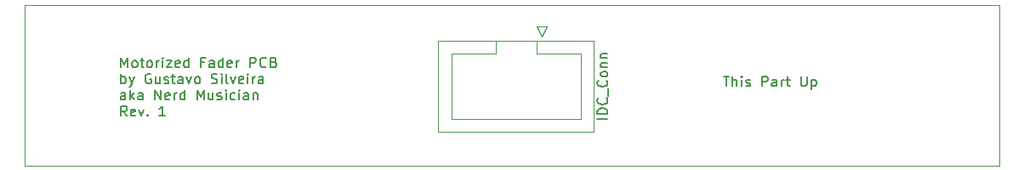
<source format=gbr>
%TF.GenerationSoftware,KiCad,Pcbnew,(6.0.9-0)*%
%TF.CreationDate,2023-10-23T19:08:13-03:00*%
%TF.ProjectId,MotorizedFaderPCB_1,4d6f746f-7269-47a6-9564-466164657250,rev?*%
%TF.SameCoordinates,Original*%
%TF.FileFunction,Legend,Top*%
%TF.FilePolarity,Positive*%
%FSLAX46Y46*%
G04 Gerber Fmt 4.6, Leading zero omitted, Abs format (unit mm)*
G04 Created by KiCad (PCBNEW (6.0.9-0)) date 2023-10-23 19:08:13*
%MOMM*%
%LPD*%
G01*
G04 APERTURE LIST*
%ADD10C,0.150000*%
%ADD11C,0.200000*%
%ADD12C,0.120000*%
G04 APERTURE END LIST*
D10*
X206833333Y-82412380D02*
X207404761Y-82412380D01*
X207119047Y-83412380D02*
X207119047Y-82412380D01*
X207738095Y-83412380D02*
X207738095Y-82412380D01*
X208166666Y-83412380D02*
X208166666Y-82888571D01*
X208119047Y-82793333D01*
X208023809Y-82745714D01*
X207880952Y-82745714D01*
X207785714Y-82793333D01*
X207738095Y-82840952D01*
X208642857Y-83412380D02*
X208642857Y-82745714D01*
X208642857Y-82412380D02*
X208595238Y-82460000D01*
X208642857Y-82507619D01*
X208690476Y-82460000D01*
X208642857Y-82412380D01*
X208642857Y-82507619D01*
X209071428Y-83364761D02*
X209166666Y-83412380D01*
X209357142Y-83412380D01*
X209452380Y-83364761D01*
X209500000Y-83269523D01*
X209500000Y-83221904D01*
X209452380Y-83126666D01*
X209357142Y-83079047D01*
X209214285Y-83079047D01*
X209119047Y-83031428D01*
X209071428Y-82936190D01*
X209071428Y-82888571D01*
X209119047Y-82793333D01*
X209214285Y-82745714D01*
X209357142Y-82745714D01*
X209452380Y-82793333D01*
X210690476Y-83412380D02*
X210690476Y-82412380D01*
X211071428Y-82412380D01*
X211166666Y-82460000D01*
X211214285Y-82507619D01*
X211261904Y-82602857D01*
X211261904Y-82745714D01*
X211214285Y-82840952D01*
X211166666Y-82888571D01*
X211071428Y-82936190D01*
X210690476Y-82936190D01*
X212119047Y-83412380D02*
X212119047Y-82888571D01*
X212071428Y-82793333D01*
X211976190Y-82745714D01*
X211785714Y-82745714D01*
X211690476Y-82793333D01*
X212119047Y-83364761D02*
X212023809Y-83412380D01*
X211785714Y-83412380D01*
X211690476Y-83364761D01*
X211642857Y-83269523D01*
X211642857Y-83174285D01*
X211690476Y-83079047D01*
X211785714Y-83031428D01*
X212023809Y-83031428D01*
X212119047Y-82983809D01*
X212595238Y-83412380D02*
X212595238Y-82745714D01*
X212595238Y-82936190D02*
X212642857Y-82840952D01*
X212690476Y-82793333D01*
X212785714Y-82745714D01*
X212880952Y-82745714D01*
X213071428Y-82745714D02*
X213452380Y-82745714D01*
X213214285Y-82412380D02*
X213214285Y-83269523D01*
X213261904Y-83364761D01*
X213357142Y-83412380D01*
X213452380Y-83412380D01*
X214547619Y-82412380D02*
X214547619Y-83221904D01*
X214595238Y-83317142D01*
X214642857Y-83364761D01*
X214738095Y-83412380D01*
X214928571Y-83412380D01*
X215023809Y-83364761D01*
X215071428Y-83317142D01*
X215119047Y-83221904D01*
X215119047Y-82412380D01*
X215595238Y-82745714D02*
X215595238Y-83745714D01*
X215595238Y-82793333D02*
X215690476Y-82745714D01*
X215880952Y-82745714D01*
X215976190Y-82793333D01*
X216023809Y-82840952D01*
X216071428Y-82936190D01*
X216071428Y-83221904D01*
X216023809Y-83317142D01*
X215976190Y-83364761D01*
X215880952Y-83412380D01*
X215690476Y-83412380D01*
X215595238Y-83364761D01*
D11*
X146868095Y-81537380D02*
X146868095Y-80537380D01*
X147201428Y-81251666D01*
X147534761Y-80537380D01*
X147534761Y-81537380D01*
X148153809Y-81537380D02*
X148058571Y-81489761D01*
X148010952Y-81442142D01*
X147963333Y-81346904D01*
X147963333Y-81061190D01*
X148010952Y-80965952D01*
X148058571Y-80918333D01*
X148153809Y-80870714D01*
X148296666Y-80870714D01*
X148391904Y-80918333D01*
X148439523Y-80965952D01*
X148487142Y-81061190D01*
X148487142Y-81346904D01*
X148439523Y-81442142D01*
X148391904Y-81489761D01*
X148296666Y-81537380D01*
X148153809Y-81537380D01*
X148772857Y-80870714D02*
X149153809Y-80870714D01*
X148915714Y-80537380D02*
X148915714Y-81394523D01*
X148963333Y-81489761D01*
X149058571Y-81537380D01*
X149153809Y-81537380D01*
X149630000Y-81537380D02*
X149534761Y-81489761D01*
X149487142Y-81442142D01*
X149439523Y-81346904D01*
X149439523Y-81061190D01*
X149487142Y-80965952D01*
X149534761Y-80918333D01*
X149630000Y-80870714D01*
X149772857Y-80870714D01*
X149868095Y-80918333D01*
X149915714Y-80965952D01*
X149963333Y-81061190D01*
X149963333Y-81346904D01*
X149915714Y-81442142D01*
X149868095Y-81489761D01*
X149772857Y-81537380D01*
X149630000Y-81537380D01*
X150391904Y-81537380D02*
X150391904Y-80870714D01*
X150391904Y-81061190D02*
X150439523Y-80965952D01*
X150487142Y-80918333D01*
X150582380Y-80870714D01*
X150677619Y-80870714D01*
X151010952Y-81537380D02*
X151010952Y-80870714D01*
X151010952Y-80537380D02*
X150963333Y-80585000D01*
X151010952Y-80632619D01*
X151058571Y-80585000D01*
X151010952Y-80537380D01*
X151010952Y-80632619D01*
X151391904Y-80870714D02*
X151915714Y-80870714D01*
X151391904Y-81537380D01*
X151915714Y-81537380D01*
X152677619Y-81489761D02*
X152582380Y-81537380D01*
X152391904Y-81537380D01*
X152296666Y-81489761D01*
X152249047Y-81394523D01*
X152249047Y-81013571D01*
X152296666Y-80918333D01*
X152391904Y-80870714D01*
X152582380Y-80870714D01*
X152677619Y-80918333D01*
X152725238Y-81013571D01*
X152725238Y-81108809D01*
X152249047Y-81204047D01*
X153582380Y-81537380D02*
X153582380Y-80537380D01*
X153582380Y-81489761D02*
X153487142Y-81537380D01*
X153296666Y-81537380D01*
X153201428Y-81489761D01*
X153153809Y-81442142D01*
X153106190Y-81346904D01*
X153106190Y-81061190D01*
X153153809Y-80965952D01*
X153201428Y-80918333D01*
X153296666Y-80870714D01*
X153487142Y-80870714D01*
X153582380Y-80918333D01*
X155153809Y-81013571D02*
X154820476Y-81013571D01*
X154820476Y-81537380D02*
X154820476Y-80537380D01*
X155296666Y-80537380D01*
X156106190Y-81537380D02*
X156106190Y-81013571D01*
X156058571Y-80918333D01*
X155963333Y-80870714D01*
X155772857Y-80870714D01*
X155677619Y-80918333D01*
X156106190Y-81489761D02*
X156010952Y-81537380D01*
X155772857Y-81537380D01*
X155677619Y-81489761D01*
X155630000Y-81394523D01*
X155630000Y-81299285D01*
X155677619Y-81204047D01*
X155772857Y-81156428D01*
X156010952Y-81156428D01*
X156106190Y-81108809D01*
X157010952Y-81537380D02*
X157010952Y-80537380D01*
X157010952Y-81489761D02*
X156915714Y-81537380D01*
X156725238Y-81537380D01*
X156630000Y-81489761D01*
X156582380Y-81442142D01*
X156534761Y-81346904D01*
X156534761Y-81061190D01*
X156582380Y-80965952D01*
X156630000Y-80918333D01*
X156725238Y-80870714D01*
X156915714Y-80870714D01*
X157010952Y-80918333D01*
X157868095Y-81489761D02*
X157772857Y-81537380D01*
X157582380Y-81537380D01*
X157487142Y-81489761D01*
X157439523Y-81394523D01*
X157439523Y-81013571D01*
X157487142Y-80918333D01*
X157582380Y-80870714D01*
X157772857Y-80870714D01*
X157868095Y-80918333D01*
X157915714Y-81013571D01*
X157915714Y-81108809D01*
X157439523Y-81204047D01*
X158344285Y-81537380D02*
X158344285Y-80870714D01*
X158344285Y-81061190D02*
X158391904Y-80965952D01*
X158439523Y-80918333D01*
X158534761Y-80870714D01*
X158630000Y-80870714D01*
X159725238Y-81537380D02*
X159725238Y-80537380D01*
X160106190Y-80537380D01*
X160201428Y-80585000D01*
X160249047Y-80632619D01*
X160296666Y-80727857D01*
X160296666Y-80870714D01*
X160249047Y-80965952D01*
X160201428Y-81013571D01*
X160106190Y-81061190D01*
X159725238Y-81061190D01*
X161296666Y-81442142D02*
X161249047Y-81489761D01*
X161106190Y-81537380D01*
X161010952Y-81537380D01*
X160868095Y-81489761D01*
X160772857Y-81394523D01*
X160725238Y-81299285D01*
X160677619Y-81108809D01*
X160677619Y-80965952D01*
X160725238Y-80775476D01*
X160772857Y-80680238D01*
X160868095Y-80585000D01*
X161010952Y-80537380D01*
X161106190Y-80537380D01*
X161249047Y-80585000D01*
X161296666Y-80632619D01*
X162058571Y-81013571D02*
X162201428Y-81061190D01*
X162249047Y-81108809D01*
X162296666Y-81204047D01*
X162296666Y-81346904D01*
X162249047Y-81442142D01*
X162201428Y-81489761D01*
X162106190Y-81537380D01*
X161725238Y-81537380D01*
X161725238Y-80537380D01*
X162058571Y-80537380D01*
X162153809Y-80585000D01*
X162201428Y-80632619D01*
X162249047Y-80727857D01*
X162249047Y-80823095D01*
X162201428Y-80918333D01*
X162153809Y-80965952D01*
X162058571Y-81013571D01*
X161725238Y-81013571D01*
X146868095Y-83147380D02*
X146868095Y-82147380D01*
X146868095Y-82528333D02*
X146963333Y-82480714D01*
X147153809Y-82480714D01*
X147249047Y-82528333D01*
X147296666Y-82575952D01*
X147344285Y-82671190D01*
X147344285Y-82956904D01*
X147296666Y-83052142D01*
X147249047Y-83099761D01*
X147153809Y-83147380D01*
X146963333Y-83147380D01*
X146868095Y-83099761D01*
X147677619Y-82480714D02*
X147915714Y-83147380D01*
X148153809Y-82480714D02*
X147915714Y-83147380D01*
X147820476Y-83385476D01*
X147772857Y-83433095D01*
X147677619Y-83480714D01*
X149820476Y-82195000D02*
X149725238Y-82147380D01*
X149582380Y-82147380D01*
X149439523Y-82195000D01*
X149344285Y-82290238D01*
X149296666Y-82385476D01*
X149249047Y-82575952D01*
X149249047Y-82718809D01*
X149296666Y-82909285D01*
X149344285Y-83004523D01*
X149439523Y-83099761D01*
X149582380Y-83147380D01*
X149677619Y-83147380D01*
X149820476Y-83099761D01*
X149868095Y-83052142D01*
X149868095Y-82718809D01*
X149677619Y-82718809D01*
X150725238Y-82480714D02*
X150725238Y-83147380D01*
X150296666Y-82480714D02*
X150296666Y-83004523D01*
X150344285Y-83099761D01*
X150439523Y-83147380D01*
X150582380Y-83147380D01*
X150677619Y-83099761D01*
X150725238Y-83052142D01*
X151153809Y-83099761D02*
X151249047Y-83147380D01*
X151439523Y-83147380D01*
X151534761Y-83099761D01*
X151582380Y-83004523D01*
X151582380Y-82956904D01*
X151534761Y-82861666D01*
X151439523Y-82814047D01*
X151296666Y-82814047D01*
X151201428Y-82766428D01*
X151153809Y-82671190D01*
X151153809Y-82623571D01*
X151201428Y-82528333D01*
X151296666Y-82480714D01*
X151439523Y-82480714D01*
X151534761Y-82528333D01*
X151868095Y-82480714D02*
X152249047Y-82480714D01*
X152010952Y-82147380D02*
X152010952Y-83004523D01*
X152058571Y-83099761D01*
X152153809Y-83147380D01*
X152249047Y-83147380D01*
X153010952Y-83147380D02*
X153010952Y-82623571D01*
X152963333Y-82528333D01*
X152868095Y-82480714D01*
X152677619Y-82480714D01*
X152582380Y-82528333D01*
X153010952Y-83099761D02*
X152915714Y-83147380D01*
X152677619Y-83147380D01*
X152582380Y-83099761D01*
X152534761Y-83004523D01*
X152534761Y-82909285D01*
X152582380Y-82814047D01*
X152677619Y-82766428D01*
X152915714Y-82766428D01*
X153010952Y-82718809D01*
X153391904Y-82480714D02*
X153630000Y-83147380D01*
X153868095Y-82480714D01*
X154391904Y-83147380D02*
X154296666Y-83099761D01*
X154249047Y-83052142D01*
X154201428Y-82956904D01*
X154201428Y-82671190D01*
X154249047Y-82575952D01*
X154296666Y-82528333D01*
X154391904Y-82480714D01*
X154534761Y-82480714D01*
X154630000Y-82528333D01*
X154677619Y-82575952D01*
X154725238Y-82671190D01*
X154725238Y-82956904D01*
X154677619Y-83052142D01*
X154630000Y-83099761D01*
X154534761Y-83147380D01*
X154391904Y-83147380D01*
X155868095Y-83099761D02*
X156010952Y-83147380D01*
X156249047Y-83147380D01*
X156344285Y-83099761D01*
X156391904Y-83052142D01*
X156439523Y-82956904D01*
X156439523Y-82861666D01*
X156391904Y-82766428D01*
X156344285Y-82718809D01*
X156249047Y-82671190D01*
X156058571Y-82623571D01*
X155963333Y-82575952D01*
X155915714Y-82528333D01*
X155868095Y-82433095D01*
X155868095Y-82337857D01*
X155915714Y-82242619D01*
X155963333Y-82195000D01*
X156058571Y-82147380D01*
X156296666Y-82147380D01*
X156439523Y-82195000D01*
X156868095Y-83147380D02*
X156868095Y-82480714D01*
X156868095Y-82147380D02*
X156820476Y-82195000D01*
X156868095Y-82242619D01*
X156915714Y-82195000D01*
X156868095Y-82147380D01*
X156868095Y-82242619D01*
X157487142Y-83147380D02*
X157391904Y-83099761D01*
X157344285Y-83004523D01*
X157344285Y-82147380D01*
X157772857Y-82480714D02*
X158010952Y-83147380D01*
X158249047Y-82480714D01*
X159010952Y-83099761D02*
X158915714Y-83147380D01*
X158725238Y-83147380D01*
X158630000Y-83099761D01*
X158582380Y-83004523D01*
X158582380Y-82623571D01*
X158630000Y-82528333D01*
X158725238Y-82480714D01*
X158915714Y-82480714D01*
X159010952Y-82528333D01*
X159058571Y-82623571D01*
X159058571Y-82718809D01*
X158582380Y-82814047D01*
X159487142Y-83147380D02*
X159487142Y-82480714D01*
X159487142Y-82147380D02*
X159439523Y-82195000D01*
X159487142Y-82242619D01*
X159534761Y-82195000D01*
X159487142Y-82147380D01*
X159487142Y-82242619D01*
X159963333Y-83147380D02*
X159963333Y-82480714D01*
X159963333Y-82671190D02*
X160010952Y-82575952D01*
X160058571Y-82528333D01*
X160153809Y-82480714D01*
X160249047Y-82480714D01*
X161010952Y-83147380D02*
X161010952Y-82623571D01*
X160963333Y-82528333D01*
X160868095Y-82480714D01*
X160677619Y-82480714D01*
X160582380Y-82528333D01*
X161010952Y-83099761D02*
X160915714Y-83147380D01*
X160677619Y-83147380D01*
X160582380Y-83099761D01*
X160534761Y-83004523D01*
X160534761Y-82909285D01*
X160582380Y-82814047D01*
X160677619Y-82766428D01*
X160915714Y-82766428D01*
X161010952Y-82718809D01*
X147296666Y-84757380D02*
X147296666Y-84233571D01*
X147249047Y-84138333D01*
X147153809Y-84090714D01*
X146963333Y-84090714D01*
X146868095Y-84138333D01*
X147296666Y-84709761D02*
X147201428Y-84757380D01*
X146963333Y-84757380D01*
X146868095Y-84709761D01*
X146820476Y-84614523D01*
X146820476Y-84519285D01*
X146868095Y-84424047D01*
X146963333Y-84376428D01*
X147201428Y-84376428D01*
X147296666Y-84328809D01*
X147772857Y-84757380D02*
X147772857Y-83757380D01*
X147868095Y-84376428D02*
X148153809Y-84757380D01*
X148153809Y-84090714D02*
X147772857Y-84471666D01*
X149010952Y-84757380D02*
X149010952Y-84233571D01*
X148963333Y-84138333D01*
X148868095Y-84090714D01*
X148677619Y-84090714D01*
X148582380Y-84138333D01*
X149010952Y-84709761D02*
X148915714Y-84757380D01*
X148677619Y-84757380D01*
X148582380Y-84709761D01*
X148534761Y-84614523D01*
X148534761Y-84519285D01*
X148582380Y-84424047D01*
X148677619Y-84376428D01*
X148915714Y-84376428D01*
X149010952Y-84328809D01*
X150249047Y-84757380D02*
X150249047Y-83757380D01*
X150820476Y-84757380D01*
X150820476Y-83757380D01*
X151677619Y-84709761D02*
X151582380Y-84757380D01*
X151391904Y-84757380D01*
X151296666Y-84709761D01*
X151249047Y-84614523D01*
X151249047Y-84233571D01*
X151296666Y-84138333D01*
X151391904Y-84090714D01*
X151582380Y-84090714D01*
X151677619Y-84138333D01*
X151725238Y-84233571D01*
X151725238Y-84328809D01*
X151249047Y-84424047D01*
X152153809Y-84757380D02*
X152153809Y-84090714D01*
X152153809Y-84281190D02*
X152201428Y-84185952D01*
X152249047Y-84138333D01*
X152344285Y-84090714D01*
X152439523Y-84090714D01*
X153201428Y-84757380D02*
X153201428Y-83757380D01*
X153201428Y-84709761D02*
X153106190Y-84757380D01*
X152915714Y-84757380D01*
X152820476Y-84709761D01*
X152772857Y-84662142D01*
X152725238Y-84566904D01*
X152725238Y-84281190D01*
X152772857Y-84185952D01*
X152820476Y-84138333D01*
X152915714Y-84090714D01*
X153106190Y-84090714D01*
X153201428Y-84138333D01*
X154439523Y-84757380D02*
X154439523Y-83757380D01*
X154772857Y-84471666D01*
X155106190Y-83757380D01*
X155106190Y-84757380D01*
X156010952Y-84090714D02*
X156010952Y-84757380D01*
X155582380Y-84090714D02*
X155582380Y-84614523D01*
X155630000Y-84709761D01*
X155725238Y-84757380D01*
X155868095Y-84757380D01*
X155963333Y-84709761D01*
X156010952Y-84662142D01*
X156439523Y-84709761D02*
X156534761Y-84757380D01*
X156725238Y-84757380D01*
X156820476Y-84709761D01*
X156868095Y-84614523D01*
X156868095Y-84566904D01*
X156820476Y-84471666D01*
X156725238Y-84424047D01*
X156582380Y-84424047D01*
X156487142Y-84376428D01*
X156439523Y-84281190D01*
X156439523Y-84233571D01*
X156487142Y-84138333D01*
X156582380Y-84090714D01*
X156725238Y-84090714D01*
X156820476Y-84138333D01*
X157296666Y-84757380D02*
X157296666Y-84090714D01*
X157296666Y-83757380D02*
X157249047Y-83805000D01*
X157296666Y-83852619D01*
X157344285Y-83805000D01*
X157296666Y-83757380D01*
X157296666Y-83852619D01*
X158201428Y-84709761D02*
X158106190Y-84757380D01*
X157915714Y-84757380D01*
X157820476Y-84709761D01*
X157772857Y-84662142D01*
X157725238Y-84566904D01*
X157725238Y-84281190D01*
X157772857Y-84185952D01*
X157820476Y-84138333D01*
X157915714Y-84090714D01*
X158106190Y-84090714D01*
X158201428Y-84138333D01*
X158630000Y-84757380D02*
X158630000Y-84090714D01*
X158630000Y-83757380D02*
X158582380Y-83805000D01*
X158630000Y-83852619D01*
X158677619Y-83805000D01*
X158630000Y-83757380D01*
X158630000Y-83852619D01*
X159534761Y-84757380D02*
X159534761Y-84233571D01*
X159487142Y-84138333D01*
X159391904Y-84090714D01*
X159201428Y-84090714D01*
X159106190Y-84138333D01*
X159534761Y-84709761D02*
X159439523Y-84757380D01*
X159201428Y-84757380D01*
X159106190Y-84709761D01*
X159058571Y-84614523D01*
X159058571Y-84519285D01*
X159106190Y-84424047D01*
X159201428Y-84376428D01*
X159439523Y-84376428D01*
X159534761Y-84328809D01*
X160010952Y-84090714D02*
X160010952Y-84757380D01*
X160010952Y-84185952D02*
X160058571Y-84138333D01*
X160153809Y-84090714D01*
X160296666Y-84090714D01*
X160391904Y-84138333D01*
X160439523Y-84233571D01*
X160439523Y-84757380D01*
X147439523Y-86367380D02*
X147106190Y-85891190D01*
X146868095Y-86367380D02*
X146868095Y-85367380D01*
X147249047Y-85367380D01*
X147344285Y-85415000D01*
X147391904Y-85462619D01*
X147439523Y-85557857D01*
X147439523Y-85700714D01*
X147391904Y-85795952D01*
X147344285Y-85843571D01*
X147249047Y-85891190D01*
X146868095Y-85891190D01*
X148249047Y-86319761D02*
X148153809Y-86367380D01*
X147963333Y-86367380D01*
X147868095Y-86319761D01*
X147820476Y-86224523D01*
X147820476Y-85843571D01*
X147868095Y-85748333D01*
X147963333Y-85700714D01*
X148153809Y-85700714D01*
X148249047Y-85748333D01*
X148296666Y-85843571D01*
X148296666Y-85938809D01*
X147820476Y-86034047D01*
X148630000Y-85700714D02*
X148868095Y-86367380D01*
X149106190Y-85700714D01*
X149487142Y-86272142D02*
X149534761Y-86319761D01*
X149487142Y-86367380D01*
X149439523Y-86319761D01*
X149487142Y-86272142D01*
X149487142Y-86367380D01*
X151249047Y-86367380D02*
X150677619Y-86367380D01*
X150963333Y-86367380D02*
X150963333Y-85367380D01*
X150868095Y-85510238D01*
X150772857Y-85605476D01*
X150677619Y-85653095D01*
D10*
%TO.C,IDC_Conn*%
X195287380Y-86645595D02*
X194287380Y-86645595D01*
X195287380Y-86169404D02*
X194287380Y-86169404D01*
X194287380Y-85931309D01*
X194335000Y-85788452D01*
X194430238Y-85693214D01*
X194525476Y-85645595D01*
X194715952Y-85597976D01*
X194858809Y-85597976D01*
X195049285Y-85645595D01*
X195144523Y-85693214D01*
X195239761Y-85788452D01*
X195287380Y-85931309D01*
X195287380Y-86169404D01*
X195192142Y-84597976D02*
X195239761Y-84645595D01*
X195287380Y-84788452D01*
X195287380Y-84883690D01*
X195239761Y-85026547D01*
X195144523Y-85121785D01*
X195049285Y-85169404D01*
X194858809Y-85217023D01*
X194715952Y-85217023D01*
X194525476Y-85169404D01*
X194430238Y-85121785D01*
X194335000Y-85026547D01*
X194287380Y-84883690D01*
X194287380Y-84788452D01*
X194335000Y-84645595D01*
X194382619Y-84597976D01*
X195382619Y-84407500D02*
X195382619Y-83645595D01*
X195192142Y-82836071D02*
X195239761Y-82883690D01*
X195287380Y-83026547D01*
X195287380Y-83121785D01*
X195239761Y-83264642D01*
X195144523Y-83359880D01*
X195049285Y-83407500D01*
X194858809Y-83455119D01*
X194715952Y-83455119D01*
X194525476Y-83407500D01*
X194430238Y-83359880D01*
X194335000Y-83264642D01*
X194287380Y-83121785D01*
X194287380Y-83026547D01*
X194335000Y-82883690D01*
X194382619Y-82836071D01*
X195287380Y-82264642D02*
X195239761Y-82359880D01*
X195192142Y-82407500D01*
X195096904Y-82455119D01*
X194811190Y-82455119D01*
X194715952Y-82407500D01*
X194668333Y-82359880D01*
X194620714Y-82264642D01*
X194620714Y-82121785D01*
X194668333Y-82026547D01*
X194715952Y-81978928D01*
X194811190Y-81931309D01*
X195096904Y-81931309D01*
X195192142Y-81978928D01*
X195239761Y-82026547D01*
X195287380Y-82121785D01*
X195287380Y-82264642D01*
X194620714Y-81502738D02*
X195287380Y-81502738D01*
X194715952Y-81502738D02*
X194668333Y-81455119D01*
X194620714Y-81359880D01*
X194620714Y-81217023D01*
X194668333Y-81121785D01*
X194763571Y-81074166D01*
X195287380Y-81074166D01*
X194620714Y-80597976D02*
X195287380Y-80597976D01*
X194715952Y-80597976D02*
X194668333Y-80550357D01*
X194620714Y-80455119D01*
X194620714Y-80312261D01*
X194668333Y-80217023D01*
X194763571Y-80169404D01*
X195287380Y-80169404D01*
D12*
X184145000Y-80157500D02*
X184145000Y-80157500D01*
X192645000Y-80157500D02*
X192645000Y-86657500D01*
X179745000Y-86657500D02*
X179745000Y-80157500D01*
X189235000Y-77457500D02*
X188235000Y-77457500D01*
X179745000Y-80157500D02*
X184145000Y-80157500D01*
X188245000Y-80157500D02*
X192645000Y-80157500D01*
X193945000Y-78847500D02*
X193945000Y-87967500D01*
X178445000Y-87967500D02*
X178445000Y-78847500D01*
X188245000Y-78847500D02*
X188245000Y-80157500D01*
X192645000Y-86657500D02*
X179745000Y-86657500D01*
X188735000Y-78457500D02*
X189235000Y-77457500D01*
X178445000Y-78847500D02*
X193945000Y-78847500D01*
X193945000Y-87967500D02*
X178445000Y-87967500D01*
X188235000Y-77457500D02*
X188735000Y-78457500D01*
X184145000Y-80157500D02*
X184145000Y-78847500D01*
%TO.C,U1*%
X234300000Y-91290000D02*
X137300000Y-91290000D01*
X234300000Y-75290000D02*
X234300000Y-91290000D01*
X137300000Y-75290000D02*
X234300000Y-75290000D01*
X137300000Y-91290000D02*
X137300000Y-75290000D01*
%TD*%
M02*

</source>
